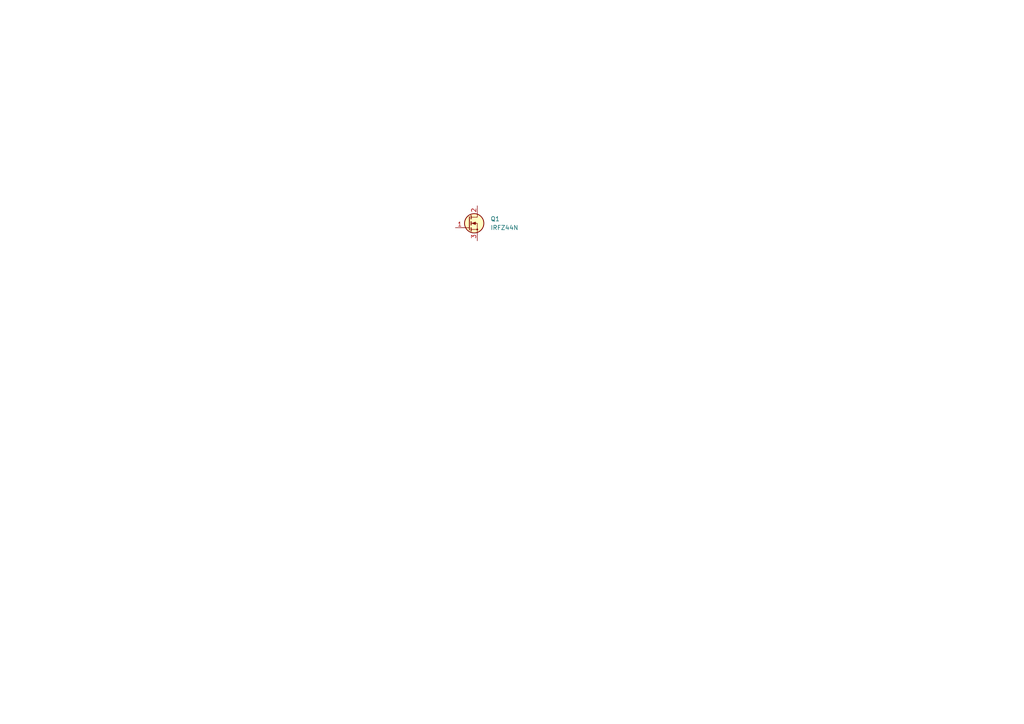
<source format=kicad_sch>
(kicad_sch (version 20250114) (generator "eeschema") (generator_version "9.0")
  (paper "A4")
  (lib_symbols
    (symbol "PCM_Transistor_MOSFET_AKL:IRFZ44N" (pin_names (hide yes))
      (property "Reference" "Q" (at 5.08 1.27 0))
      (property "Value" "IRFZ44N" (at 5.08 -1.27 0))
      (symbol "IRFZ44N_0_1"
        (polyline (pts (xy 0.254 1.905) (xy 0.254 -1.905)) (stroke (width 0.254)))
        (polyline (pts (xy 0.254 -1.27) (xy -2.54 -1.27)))
        (polyline (pts (xy 0.762 2.286) (xy 0.762 1.27)) (stroke (width 0.254)))
        (polyline (pts (xy 0.762 0.508) (xy 0.762 -0.508)) (stroke (width 0.254)))
        (polyline (pts (xy 0.762 -1.27) (xy 0.762 -2.286)) (stroke (width 0.254)))
        (polyline (pts (xy 0.762 -1.778) (xy 2.54 -1.778)))
        (polyline (pts (xy 1.016 0) (xy 2.032 0.381) (xy 2.032 -0.381) (xy 1.016 0)) (fill (type outline)))
        (circle (center 1.651 0) (radius 2.794) (stroke (width 0.254)) (fill (type background)))
        (polyline (pts (xy 2.54 2.54) (xy 2.54 1.778)))
        (polyline (pts (xy 2.54 1.778) (xy 0.762 1.778)))
        (circle (center 2.54 -1.778) (radius 0.1778) (fill (type outline)))
        (polyline (pts (xy 2.54 -2.54) (xy 2.54 0) (xy 0.762 0)))
      )
      (symbol "IRFZ44N_1_1"
        (pin input line (at -3.81 -1.27 0) (length 2.54) (name "G") (number "1"))
        (pin passive line (at 2.54 5.08 270) (length 2.54) (name "D") (number "2"))
        (pin passive line (at 2.54 -5.08 90) (length 2.54) (name "S") (number "3"))
      )
    )
  )
  (symbol (lib_id "PCM_Transistor_MOSFET_AKL:IRFZ44N") (at 135.89 64.77 0) (unit 1)
    (property "Reference" "Q1" (at 142.24 63.4999 0) (effects (justify left)))
    (property "Value" "IRFZ44N" (at 142.24 66.0399 0) (effects (justify left)))
    (property "Footprint" "PCM_Package_TO_SOT_THT_AKL:TO-220-3_Vertical_GDS" (effects (hide yes)))
    (property "Datasheet" "https://www.tme.eu/Document/057c54506cb7c07cd36d9e96d4a41c5b/irfz44n.pdf" (effects (hide yes)))
    (property "Description" "TO-220 N-MOSFET enchancement mode transistor, 55V, 49A, 94W, Alternate KiCAD Library" (effects (hide yes)))
  )
)
</source>
